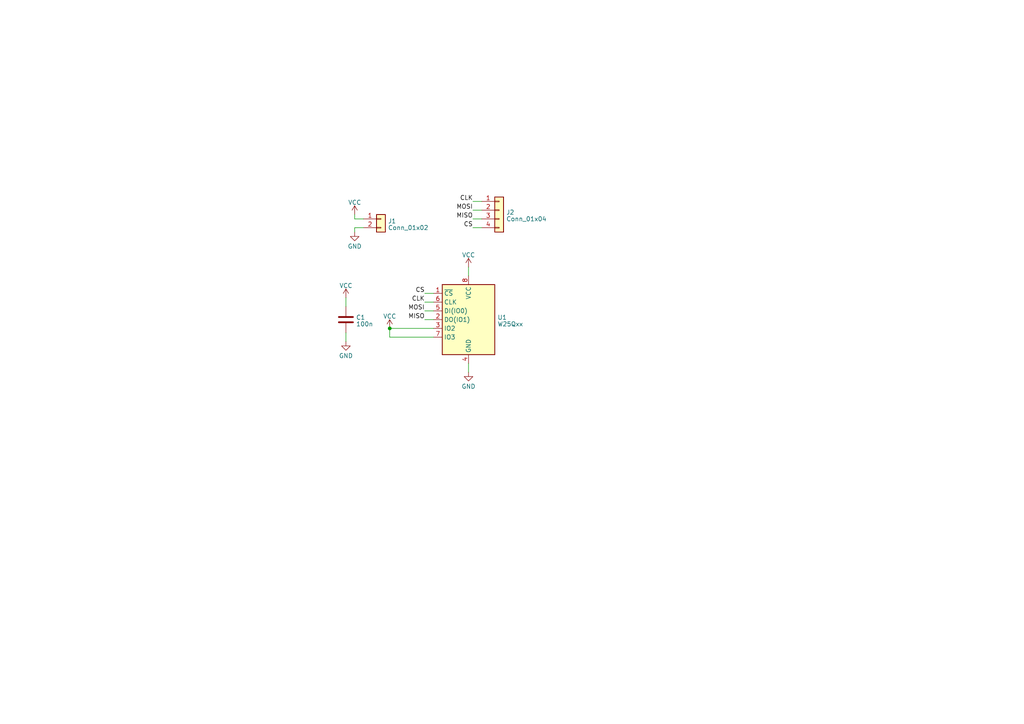
<source format=kicad_sch>
(kicad_sch (version 20230121) (generator eeschema)
  (paper "A4")
  (lib_symbols
    (symbol "Connector_Generic:Conn_01x02" (pin_names (offset 1.016) hide)
      (property "Reference" "J" (at 0 2.54 0))
      (property "Value" "Conn_01x02" (at 0 -5.08 0))
      (symbol "Conn_01x02_1_1"
        (rectangle (start -1.27 -2.413) (end 0 -2.667) (stroke (width 0.1524)))
        (rectangle (start -1.27 0.127) (end 0 -0.127) (stroke (width 0.1524)))
        (rectangle (start -1.27 1.27) (end 1.27 -3.81) (stroke (width 0.254)) (fill (type background)))
        (pin passive line (at -5.08 0 0) (length 3.81) (name "Pin_1") (number "1"))
        (pin passive line (at -5.08 -2.54 0) (length 3.81) (name "Pin_2") (number "2"))
      )
    )
    (symbol "Connector_Generic:Conn_01x04" (pin_names (offset 1.016) hide)
      (property "Reference" "J" (at 0 5.08 0))
      (property "Value" "Conn_01x04" (at 0 -7.62 0))
      (symbol "Conn_01x04_1_1"
        (rectangle (start -1.27 -4.953) (end 0 -5.207) (stroke (width 0.1524)))
        (rectangle (start -1.27 -2.413) (end 0 -2.667) (stroke (width 0.1524)))
        (rectangle (start -1.27 0.127) (end 0 -0.127) (stroke (width 0.1524)))
        (rectangle (start -1.27 2.667) (end 0 2.413) (stroke (width 0.1524)))
        (rectangle (start -1.27 3.81) (end 1.27 -6.35) (stroke (width 0.254)) (fill (type background)))
        (pin passive line (at -5.08 2.54 0) (length 3.81) (name "Pin_1") (number "1"))
        (pin passive line (at -5.08 0 0) (length 3.81) (name "Pin_2") (number "2"))
        (pin passive line (at -5.08 -2.54 0) (length 3.81) (name "Pin_3") (number "3"))
        (pin passive line (at -5.08 -5.08 0) (length 3.81) (name "Pin_4") (number "4"))
      )
    )
    (symbol "Device:C" (pin_numbers hide) (pin_names (offset 0.254))
      (property "Reference" "C" (at 0.635 2.54 0))
      (property "Value" "C" (at 0.635 -2.54 0))
      (symbol "C_0_1"
        (polyline (pts (xy -2.032 -0.762) (xy 2.032 -0.762)) (stroke (width 0.508)))
        (polyline (pts (xy -2.032 0.762) (xy 2.032 0.762)) (stroke (width 0.508)))
      )
      (symbol "C_1_1"
        (pin passive line (at 0 3.81 270) (length 2.794) (name "~") (number "1"))
        (pin passive line (at 0 -3.81 90) (length 2.794) (name "~") (number "2"))
      )
    )
    (symbol "Memory_Flash:W25Q32JVSS"
      (property "Reference" "U" (at -6.35 11.43 0))
      (property "Value" "W25Q32JVSS" (at 7.62 11.43 0))
      (symbol "W25Q32JVSS_0_1"
        (rectangle (start -7.62 10.16) (end 7.62 -10.16) (stroke (width 0.254)) (fill (type background)))
      )
      (symbol "W25Q32JVSS_1_1"
        (pin input line (at -10.16 7.62 0) (length 2.54) (name "~{CS}") (number "1"))
        (pin bidirectional line (at -10.16 0 0) (length 2.54) (name "DO(IO1)") (number "2"))
        (pin bidirectional line (at -10.16 -2.54 0) (length 2.54) (name "IO2") (number "3"))
        (pin power_in line (at 0 -12.7 90) (length 2.54) (name "GND") (number "4"))
        (pin bidirectional line (at -10.16 2.54 0) (length 2.54) (name "DI(IO0)") (number "5"))
        (pin input line (at -10.16 5.08 0) (length 2.54) (name "CLK") (number "6"))
        (pin bidirectional line (at -10.16 -5.08 0) (length 2.54) (name "IO3") (number "7"))
        (pin power_in line (at 0 12.7 270) (length 2.54) (name "VCC") (number "8"))
      )
    )
    (symbol "power:GND" (power) (pin_names (offset 0))
      (property "Value" "GND" (at 0 -3.81 0))
      (symbol "GND_0_1"
        (polyline (pts (xy 0 0) (xy 0 -1.27) (xy 1.27 -1.27) (xy 0 -2.54) (xy -1.27 -1.27) (xy 0 -1.27)))
      )
      (symbol "GND_1_1"
        (pin power_in line (at 0 0 270) (length 0) hide (name "GND") (number "1"))
      )
    )
    (symbol "power:VCC" (power) (pin_names (offset 0))
      (property "Value" "VCC" (at 0 3.81 0))
      (symbol "VCC_0_1"
        (polyline (pts (xy -0.762 1.27) (xy 0 2.54)))
        (polyline (pts (xy 0 0) (xy 0 2.54)))
        (polyline (pts (xy 0 2.54) (xy 0.762 1.27)))
      )
      (symbol "VCC_1_1"
        (pin power_in line (at 0 0 90) (length 0) hide (name "VCC") (number "1"))
      )
    )
  )
  (junction (at 113.03 95.25))
  (wire (pts (xy 113.03 95.25) (xy 125.73 95.25)))
  (wire (pts (xy 137.16 58.42) (xy 139.7 58.42)))
  (wire (pts (xy 137.16 60.96) (xy 139.7 60.96)))
  (wire (pts (xy 105.41 66.04) (xy 102.87 66.04)))
  (wire (pts (xy 135.89 77.47) (xy 135.89 80.01)))
  (wire (pts (xy 123.19 85.09) (xy 125.73 85.09)))
  (wire (pts (xy 123.19 92.71) (xy 125.73 92.71)))
  (wire (pts (xy 102.87 63.5) (xy 102.87 62.23)))
  (wire (pts (xy 113.03 97.79) (xy 125.73 97.79)))
  (wire (pts (xy 123.19 87.63) (xy 125.73 87.63)))
  (wire (pts (xy 113.03 97.79) (xy 113.03 95.25)))
  (wire (pts (xy 135.89 105.41) (xy 135.89 107.95)))
  (wire (pts (xy 100.33 96.52) (xy 100.33 99.06)))
  (wire (pts (xy 100.33 86.36) (xy 100.33 88.9)))
  (wire (pts (xy 137.16 66.04) (xy 139.7 66.04)))
  (wire (pts (xy 102.87 66.04) (xy 102.87 67.31)))
  (wire (pts (xy 123.19 90.17) (xy 125.73 90.17)))
  (wire (pts (xy 105.41 63.5) (xy 102.87 63.5)))
  (wire (pts (xy 137.16 63.5) (xy 139.7 63.5)))
  (label "MISO" (at 137.16 63.5 180))
  (label "MOSI" (at 137.16 60.96 180))
  (label "CS" (at 123.19 85.09 180))
  (label "CS" (at 137.16 66.04 180))
  (label "CLK" (at 123.19 87.63 180))
  (label "MISO" (at 123.19 92.71 180))
  (label "CLK" (at 137.16 58.42 180))
  (label "MOSI" (at 123.19 90.17 180))
  (symbol (lib_id "power:VCC") (at 102.87 62.23 0) (unit 1)
    (property "Reference" "#PWR06" (effects hide))
    (property "Value" "VCC" (at 102.87 58.7281 0))
  )
  (symbol (lib_id "power:GND") (at 135.89 107.95 0) (unit 1)
    (property "Reference" "#PWR02" (effects hide))
    (property "Value" "GND" (at 135.89 112.0855 0))
  )
  (symbol (lib_id "power:GND") (at 102.87 67.31 0) (unit 1)
    (property "Reference" "#PWR07" (effects hide))
    (property "Value" "GND" (at 102.87 71.4455 0))
  )
  (symbol (lib_id "Memory_Flash:W25Q32JVSS") (at 135.89 92.71 0) (unit 1)
    (property "Reference" "U1" (at 144.272 92.0663 0) (effects (justify left)))
    (property "Value" "W25Qxx" (at 144.272 93.9873 0) (effects (justify left)))
    (property "Footprint" "Package_SO:SOIC-8_5.23x5.23mm_P1.27mm" (effects hide))
    (property "Datasheet" "http://www.winbond.com/resource-files/w25q32jv%20revg%2003272018%20plus.pdf" (effects hide))
  )
  (symbol (lib_id "Device:C") (at 100.33 92.71 0) (unit 1)
    (property "Reference" "C1" (at 103.251 92.0663 0) (effects (justify left)))
    (property "Value" "100n" (at 103.251 93.9873 0) (effects (justify left)))
    (property "Footprint" "Capacitor_SMD:C_0805_2012Metric_Pad1.18x1.45mm_HandSolder" (effects hide))
  )
  (symbol (lib_id "power:VCC") (at 135.89 77.47 0) (unit 1)
    (property "Reference" "#PWR01" (effects hide))
    (property "Value" "VCC" (at 135.89 73.9681 0))
  )
  (symbol (lib_id "power:VCC") (at 113.03 95.25 0) (unit 1)
    (property "Reference" "#PWR03" (effects hide))
    (property "Value" "VCC" (at 113.03 91.7481 0))
  )
  (symbol (lib_id "power:VCC") (at 100.33 86.36 0) (unit 1)
    (property "Reference" "#PWR04" (effects hide))
    (property "Value" "VCC" (at 100.33 82.8581 0))
  )
  (symbol (lib_id "power:GND") (at 100.33 99.06 0) (unit 1)
    (property "Reference" "#PWR05" (effects hide))
    (property "Value" "GND" (at 100.33 103.1955 0))
  )
  (symbol (lib_id "Connector_Generic:Conn_01x04") (at 144.78 60.96 0) (unit 1)
    (property "Reference" "J2" (at 146.812 61.5863 0) (effects (justify left)))
    (property "Value" "Conn_01x04" (at 146.812 63.5073 0) (effects (justify left)))
    (property "Footprint" "Connector_PinHeader_2.54mm:PinHeader_1x04_P2.54mm_Vertical" (effects hide))
  )
  (symbol (lib_id "Connector_Generic:Conn_01x02") (at 110.49 63.5 0) (unit 1)
    (property "Reference" "J1" (at 112.522 64.1263 0) (effects (justify left)))
    (property "Value" "Conn_01x02" (at 112.522 66.0473 0) (effects (justify left)))
    (property "Footprint" "Connector_PinHeader_2.54mm:PinHeader_1x02_P2.54mm_Vertical" (effects hide))
  )
)
</source>
